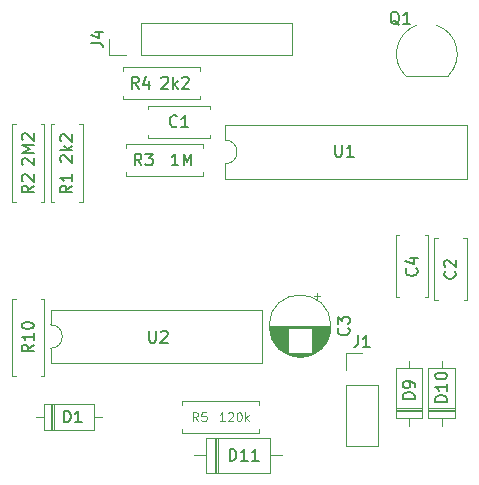
<source format=gbr>
%TF.GenerationSoftware,KiCad,Pcbnew,9.0.7*%
%TF.CreationDate,2026-01-25T23:05:14+01:00*%
%TF.ProjectId,DiceDIP_LowerPart,44696365-4449-4505-9f4c-6f7765725061,rev?*%
%TF.SameCoordinates,Original*%
%TF.FileFunction,Legend,Top*%
%TF.FilePolarity,Positive*%
%FSLAX46Y46*%
G04 Gerber Fmt 4.6, Leading zero omitted, Abs format (unit mm)*
G04 Created by KiCad (PCBNEW 9.0.7) date 2026-01-25 23:05:14*
%MOMM*%
%LPD*%
G01*
G04 APERTURE LIST*
%ADD10C,0.150000*%
%ADD11C,0.100000*%
%ADD12C,0.120000*%
G04 APERTURE END LIST*
D10*
X111083333Y-82204819D02*
X110750000Y-81728628D01*
X110511905Y-82204819D02*
X110511905Y-81204819D01*
X110511905Y-81204819D02*
X110892857Y-81204819D01*
X110892857Y-81204819D02*
X110988095Y-81252438D01*
X110988095Y-81252438D02*
X111035714Y-81300057D01*
X111035714Y-81300057D02*
X111083333Y-81395295D01*
X111083333Y-81395295D02*
X111083333Y-81538152D01*
X111083333Y-81538152D02*
X111035714Y-81633390D01*
X111035714Y-81633390D02*
X110988095Y-81681009D01*
X110988095Y-81681009D02*
X110892857Y-81728628D01*
X110892857Y-81728628D02*
X110511905Y-81728628D01*
X111940476Y-81538152D02*
X111940476Y-82204819D01*
X111702381Y-81157200D02*
X111464286Y-81871485D01*
X111464286Y-81871485D02*
X112083333Y-81871485D01*
X113023333Y-81300057D02*
X113070952Y-81252438D01*
X113070952Y-81252438D02*
X113166190Y-81204819D01*
X113166190Y-81204819D02*
X113404285Y-81204819D01*
X113404285Y-81204819D02*
X113499523Y-81252438D01*
X113499523Y-81252438D02*
X113547142Y-81300057D01*
X113547142Y-81300057D02*
X113594761Y-81395295D01*
X113594761Y-81395295D02*
X113594761Y-81490533D01*
X113594761Y-81490533D02*
X113547142Y-81633390D01*
X113547142Y-81633390D02*
X112975714Y-82204819D01*
X112975714Y-82204819D02*
X113594761Y-82204819D01*
X114023333Y-82204819D02*
X114023333Y-81204819D01*
X114118571Y-81823866D02*
X114404285Y-82204819D01*
X114404285Y-81538152D02*
X114023333Y-81919104D01*
X114785238Y-81300057D02*
X114832857Y-81252438D01*
X114832857Y-81252438D02*
X114928095Y-81204819D01*
X114928095Y-81204819D02*
X115166190Y-81204819D01*
X115166190Y-81204819D02*
X115261428Y-81252438D01*
X115261428Y-81252438D02*
X115309047Y-81300057D01*
X115309047Y-81300057D02*
X115356666Y-81395295D01*
X115356666Y-81395295D02*
X115356666Y-81490533D01*
X115356666Y-81490533D02*
X115309047Y-81633390D01*
X115309047Y-81633390D02*
X114737619Y-82204819D01*
X114737619Y-82204819D02*
X115356666Y-82204819D01*
X133154761Y-76800057D02*
X133059523Y-76752438D01*
X133059523Y-76752438D02*
X132964285Y-76657200D01*
X132964285Y-76657200D02*
X132821428Y-76514342D01*
X132821428Y-76514342D02*
X132726190Y-76466723D01*
X132726190Y-76466723D02*
X132630952Y-76466723D01*
X132678571Y-76704819D02*
X132583333Y-76657200D01*
X132583333Y-76657200D02*
X132488095Y-76561961D01*
X132488095Y-76561961D02*
X132440476Y-76371485D01*
X132440476Y-76371485D02*
X132440476Y-76038152D01*
X132440476Y-76038152D02*
X132488095Y-75847676D01*
X132488095Y-75847676D02*
X132583333Y-75752438D01*
X132583333Y-75752438D02*
X132678571Y-75704819D01*
X132678571Y-75704819D02*
X132869047Y-75704819D01*
X132869047Y-75704819D02*
X132964285Y-75752438D01*
X132964285Y-75752438D02*
X133059523Y-75847676D01*
X133059523Y-75847676D02*
X133107142Y-76038152D01*
X133107142Y-76038152D02*
X133107142Y-76371485D01*
X133107142Y-76371485D02*
X133059523Y-76561961D01*
X133059523Y-76561961D02*
X132964285Y-76657200D01*
X132964285Y-76657200D02*
X132869047Y-76704819D01*
X132869047Y-76704819D02*
X132678571Y-76704819D01*
X134059523Y-76704819D02*
X133488095Y-76704819D01*
X133773809Y-76704819D02*
X133773809Y-75704819D01*
X133773809Y-75704819D02*
X133678571Y-75847676D01*
X133678571Y-75847676D02*
X133583333Y-75942914D01*
X133583333Y-75942914D02*
X133488095Y-75990533D01*
X107074819Y-78333333D02*
X107789104Y-78333333D01*
X107789104Y-78333333D02*
X107931961Y-78380952D01*
X107931961Y-78380952D02*
X108027200Y-78476190D01*
X108027200Y-78476190D02*
X108074819Y-78619047D01*
X108074819Y-78619047D02*
X108074819Y-78714285D01*
X107408152Y-77428571D02*
X108074819Y-77428571D01*
X107027200Y-77666666D02*
X107741485Y-77904761D01*
X107741485Y-77904761D02*
X107741485Y-77285714D01*
X129666666Y-103074819D02*
X129666666Y-103789104D01*
X129666666Y-103789104D02*
X129619047Y-103931961D01*
X129619047Y-103931961D02*
X129523809Y-104027200D01*
X129523809Y-104027200D02*
X129380952Y-104074819D01*
X129380952Y-104074819D02*
X129285714Y-104074819D01*
X130666666Y-104074819D02*
X130095238Y-104074819D01*
X130380952Y-104074819D02*
X130380952Y-103074819D01*
X130380952Y-103074819D02*
X130285714Y-103217676D01*
X130285714Y-103217676D02*
X130190476Y-103312914D01*
X130190476Y-103312914D02*
X130095238Y-103360533D01*
X114333333Y-85359580D02*
X114285714Y-85407200D01*
X114285714Y-85407200D02*
X114142857Y-85454819D01*
X114142857Y-85454819D02*
X114047619Y-85454819D01*
X114047619Y-85454819D02*
X113904762Y-85407200D01*
X113904762Y-85407200D02*
X113809524Y-85311961D01*
X113809524Y-85311961D02*
X113761905Y-85216723D01*
X113761905Y-85216723D02*
X113714286Y-85026247D01*
X113714286Y-85026247D02*
X113714286Y-84883390D01*
X113714286Y-84883390D02*
X113761905Y-84692914D01*
X113761905Y-84692914D02*
X113809524Y-84597676D01*
X113809524Y-84597676D02*
X113904762Y-84502438D01*
X113904762Y-84502438D02*
X114047619Y-84454819D01*
X114047619Y-84454819D02*
X114142857Y-84454819D01*
X114142857Y-84454819D02*
X114285714Y-84502438D01*
X114285714Y-84502438D02*
X114333333Y-84550057D01*
X115285714Y-85454819D02*
X114714286Y-85454819D01*
X115000000Y-85454819D02*
X115000000Y-84454819D01*
X115000000Y-84454819D02*
X114904762Y-84597676D01*
X114904762Y-84597676D02*
X114809524Y-84692914D01*
X114809524Y-84692914D02*
X114714286Y-84740533D01*
X127738095Y-86954819D02*
X127738095Y-87764342D01*
X127738095Y-87764342D02*
X127785714Y-87859580D01*
X127785714Y-87859580D02*
X127833333Y-87907200D01*
X127833333Y-87907200D02*
X127928571Y-87954819D01*
X127928571Y-87954819D02*
X128119047Y-87954819D01*
X128119047Y-87954819D02*
X128214285Y-87907200D01*
X128214285Y-87907200D02*
X128261904Y-87859580D01*
X128261904Y-87859580D02*
X128309523Y-87764342D01*
X128309523Y-87764342D02*
X128309523Y-86954819D01*
X129309523Y-87954819D02*
X128738095Y-87954819D01*
X129023809Y-87954819D02*
X129023809Y-86954819D01*
X129023809Y-86954819D02*
X128928571Y-87097676D01*
X128928571Y-87097676D02*
X128833333Y-87192914D01*
X128833333Y-87192914D02*
X128738095Y-87240533D01*
X118785714Y-113704819D02*
X118785714Y-112704819D01*
X118785714Y-112704819D02*
X119023809Y-112704819D01*
X119023809Y-112704819D02*
X119166666Y-112752438D01*
X119166666Y-112752438D02*
X119261904Y-112847676D01*
X119261904Y-112847676D02*
X119309523Y-112942914D01*
X119309523Y-112942914D02*
X119357142Y-113133390D01*
X119357142Y-113133390D02*
X119357142Y-113276247D01*
X119357142Y-113276247D02*
X119309523Y-113466723D01*
X119309523Y-113466723D02*
X119261904Y-113561961D01*
X119261904Y-113561961D02*
X119166666Y-113657200D01*
X119166666Y-113657200D02*
X119023809Y-113704819D01*
X119023809Y-113704819D02*
X118785714Y-113704819D01*
X120309523Y-113704819D02*
X119738095Y-113704819D01*
X120023809Y-113704819D02*
X120023809Y-112704819D01*
X120023809Y-112704819D02*
X119928571Y-112847676D01*
X119928571Y-112847676D02*
X119833333Y-112942914D01*
X119833333Y-112942914D02*
X119738095Y-112990533D01*
X121261904Y-113704819D02*
X120690476Y-113704819D01*
X120976190Y-113704819D02*
X120976190Y-112704819D01*
X120976190Y-112704819D02*
X120880952Y-112847676D01*
X120880952Y-112847676D02*
X120785714Y-112942914D01*
X120785714Y-112942914D02*
X120690476Y-112990533D01*
X128859580Y-102461553D02*
X128907200Y-102509172D01*
X128907200Y-102509172D02*
X128954819Y-102652029D01*
X128954819Y-102652029D02*
X128954819Y-102747267D01*
X128954819Y-102747267D02*
X128907200Y-102890124D01*
X128907200Y-102890124D02*
X128811961Y-102985362D01*
X128811961Y-102985362D02*
X128716723Y-103032981D01*
X128716723Y-103032981D02*
X128526247Y-103080600D01*
X128526247Y-103080600D02*
X128383390Y-103080600D01*
X128383390Y-103080600D02*
X128192914Y-103032981D01*
X128192914Y-103032981D02*
X128097676Y-102985362D01*
X128097676Y-102985362D02*
X128002438Y-102890124D01*
X128002438Y-102890124D02*
X127954819Y-102747267D01*
X127954819Y-102747267D02*
X127954819Y-102652029D01*
X127954819Y-102652029D02*
X128002438Y-102509172D01*
X128002438Y-102509172D02*
X128050057Y-102461553D01*
X127954819Y-102128219D02*
X127954819Y-101509172D01*
X127954819Y-101509172D02*
X128335771Y-101842505D01*
X128335771Y-101842505D02*
X128335771Y-101699648D01*
X128335771Y-101699648D02*
X128383390Y-101604410D01*
X128383390Y-101604410D02*
X128431009Y-101556791D01*
X128431009Y-101556791D02*
X128526247Y-101509172D01*
X128526247Y-101509172D02*
X128764342Y-101509172D01*
X128764342Y-101509172D02*
X128859580Y-101556791D01*
X128859580Y-101556791D02*
X128907200Y-101604410D01*
X128907200Y-101604410D02*
X128954819Y-101699648D01*
X128954819Y-101699648D02*
X128954819Y-101985362D01*
X128954819Y-101985362D02*
X128907200Y-102080600D01*
X128907200Y-102080600D02*
X128859580Y-102128219D01*
X102204819Y-90416666D02*
X101728628Y-90749999D01*
X102204819Y-90988094D02*
X101204819Y-90988094D01*
X101204819Y-90988094D02*
X101204819Y-90607142D01*
X101204819Y-90607142D02*
X101252438Y-90511904D01*
X101252438Y-90511904D02*
X101300057Y-90464285D01*
X101300057Y-90464285D02*
X101395295Y-90416666D01*
X101395295Y-90416666D02*
X101538152Y-90416666D01*
X101538152Y-90416666D02*
X101633390Y-90464285D01*
X101633390Y-90464285D02*
X101681009Y-90511904D01*
X101681009Y-90511904D02*
X101728628Y-90607142D01*
X101728628Y-90607142D02*
X101728628Y-90988094D01*
X101300057Y-90035713D02*
X101252438Y-89988094D01*
X101252438Y-89988094D02*
X101204819Y-89892856D01*
X101204819Y-89892856D02*
X101204819Y-89654761D01*
X101204819Y-89654761D02*
X101252438Y-89559523D01*
X101252438Y-89559523D02*
X101300057Y-89511904D01*
X101300057Y-89511904D02*
X101395295Y-89464285D01*
X101395295Y-89464285D02*
X101490533Y-89464285D01*
X101490533Y-89464285D02*
X101633390Y-89511904D01*
X101633390Y-89511904D02*
X102204819Y-90083332D01*
X102204819Y-90083332D02*
X102204819Y-89464285D01*
X101300057Y-88643332D02*
X101252438Y-88595713D01*
X101252438Y-88595713D02*
X101204819Y-88500475D01*
X101204819Y-88500475D02*
X101204819Y-88262380D01*
X101204819Y-88262380D02*
X101252438Y-88167142D01*
X101252438Y-88167142D02*
X101300057Y-88119523D01*
X101300057Y-88119523D02*
X101395295Y-88071904D01*
X101395295Y-88071904D02*
X101490533Y-88071904D01*
X101490533Y-88071904D02*
X101633390Y-88119523D01*
X101633390Y-88119523D02*
X102204819Y-88690951D01*
X102204819Y-88690951D02*
X102204819Y-88071904D01*
X102204819Y-87643332D02*
X101204819Y-87643332D01*
X101204819Y-87643332D02*
X101919104Y-87309999D01*
X101919104Y-87309999D02*
X101204819Y-86976666D01*
X101204819Y-86976666D02*
X102204819Y-86976666D01*
X101300057Y-86548094D02*
X101252438Y-86500475D01*
X101252438Y-86500475D02*
X101204819Y-86405237D01*
X101204819Y-86405237D02*
X101204819Y-86167142D01*
X101204819Y-86167142D02*
X101252438Y-86071904D01*
X101252438Y-86071904D02*
X101300057Y-86024285D01*
X101300057Y-86024285D02*
X101395295Y-85976666D01*
X101395295Y-85976666D02*
X101490533Y-85976666D01*
X101490533Y-85976666D02*
X101633390Y-86024285D01*
X101633390Y-86024285D02*
X102204819Y-86595713D01*
X102204819Y-86595713D02*
X102204819Y-85976666D01*
X111333333Y-88704819D02*
X111000000Y-88228628D01*
X110761905Y-88704819D02*
X110761905Y-87704819D01*
X110761905Y-87704819D02*
X111142857Y-87704819D01*
X111142857Y-87704819D02*
X111238095Y-87752438D01*
X111238095Y-87752438D02*
X111285714Y-87800057D01*
X111285714Y-87800057D02*
X111333333Y-87895295D01*
X111333333Y-87895295D02*
X111333333Y-88038152D01*
X111333333Y-88038152D02*
X111285714Y-88133390D01*
X111285714Y-88133390D02*
X111238095Y-88181009D01*
X111238095Y-88181009D02*
X111142857Y-88228628D01*
X111142857Y-88228628D02*
X110761905Y-88228628D01*
X111666667Y-87704819D02*
X112285714Y-87704819D01*
X112285714Y-87704819D02*
X111952381Y-88085771D01*
X111952381Y-88085771D02*
X112095238Y-88085771D01*
X112095238Y-88085771D02*
X112190476Y-88133390D01*
X112190476Y-88133390D02*
X112238095Y-88181009D01*
X112238095Y-88181009D02*
X112285714Y-88276247D01*
X112285714Y-88276247D02*
X112285714Y-88514342D01*
X112285714Y-88514342D02*
X112238095Y-88609580D01*
X112238095Y-88609580D02*
X112190476Y-88657200D01*
X112190476Y-88657200D02*
X112095238Y-88704819D01*
X112095238Y-88704819D02*
X111809524Y-88704819D01*
X111809524Y-88704819D02*
X111714286Y-88657200D01*
X111714286Y-88657200D02*
X111666667Y-88609580D01*
X114464285Y-88704819D02*
X113892857Y-88704819D01*
X114178571Y-88704819D02*
X114178571Y-87704819D01*
X114178571Y-87704819D02*
X114083333Y-87847676D01*
X114083333Y-87847676D02*
X113988095Y-87942914D01*
X113988095Y-87942914D02*
X113892857Y-87990533D01*
X114892857Y-88704819D02*
X114892857Y-87704819D01*
X114892857Y-87704819D02*
X115226190Y-88419104D01*
X115226190Y-88419104D02*
X115559523Y-87704819D01*
X115559523Y-87704819D02*
X115559523Y-88704819D01*
X105454819Y-90416666D02*
X104978628Y-90749999D01*
X105454819Y-90988094D02*
X104454819Y-90988094D01*
X104454819Y-90988094D02*
X104454819Y-90607142D01*
X104454819Y-90607142D02*
X104502438Y-90511904D01*
X104502438Y-90511904D02*
X104550057Y-90464285D01*
X104550057Y-90464285D02*
X104645295Y-90416666D01*
X104645295Y-90416666D02*
X104788152Y-90416666D01*
X104788152Y-90416666D02*
X104883390Y-90464285D01*
X104883390Y-90464285D02*
X104931009Y-90511904D01*
X104931009Y-90511904D02*
X104978628Y-90607142D01*
X104978628Y-90607142D02*
X104978628Y-90988094D01*
X105454819Y-89464285D02*
X105454819Y-90035713D01*
X105454819Y-89749999D02*
X104454819Y-89749999D01*
X104454819Y-89749999D02*
X104597676Y-89845237D01*
X104597676Y-89845237D02*
X104692914Y-89940475D01*
X104692914Y-89940475D02*
X104740533Y-90035713D01*
X104550057Y-88416666D02*
X104502438Y-88369047D01*
X104502438Y-88369047D02*
X104454819Y-88273809D01*
X104454819Y-88273809D02*
X104454819Y-88035714D01*
X104454819Y-88035714D02*
X104502438Y-87940476D01*
X104502438Y-87940476D02*
X104550057Y-87892857D01*
X104550057Y-87892857D02*
X104645295Y-87845238D01*
X104645295Y-87845238D02*
X104740533Y-87845238D01*
X104740533Y-87845238D02*
X104883390Y-87892857D01*
X104883390Y-87892857D02*
X105454819Y-88464285D01*
X105454819Y-88464285D02*
X105454819Y-87845238D01*
X105454819Y-87416666D02*
X104454819Y-87416666D01*
X105073866Y-87321428D02*
X105454819Y-87035714D01*
X104788152Y-87035714D02*
X105169104Y-87416666D01*
X104550057Y-86654761D02*
X104502438Y-86607142D01*
X104502438Y-86607142D02*
X104454819Y-86511904D01*
X104454819Y-86511904D02*
X104454819Y-86273809D01*
X104454819Y-86273809D02*
X104502438Y-86178571D01*
X104502438Y-86178571D02*
X104550057Y-86130952D01*
X104550057Y-86130952D02*
X104645295Y-86083333D01*
X104645295Y-86083333D02*
X104740533Y-86083333D01*
X104740533Y-86083333D02*
X104883390Y-86130952D01*
X104883390Y-86130952D02*
X105454819Y-86702380D01*
X105454819Y-86702380D02*
X105454819Y-86083333D01*
X104761905Y-110454819D02*
X104761905Y-109454819D01*
X104761905Y-109454819D02*
X105000000Y-109454819D01*
X105000000Y-109454819D02*
X105142857Y-109502438D01*
X105142857Y-109502438D02*
X105238095Y-109597676D01*
X105238095Y-109597676D02*
X105285714Y-109692914D01*
X105285714Y-109692914D02*
X105333333Y-109883390D01*
X105333333Y-109883390D02*
X105333333Y-110026247D01*
X105333333Y-110026247D02*
X105285714Y-110216723D01*
X105285714Y-110216723D02*
X105238095Y-110311961D01*
X105238095Y-110311961D02*
X105142857Y-110407200D01*
X105142857Y-110407200D02*
X105000000Y-110454819D01*
X105000000Y-110454819D02*
X104761905Y-110454819D01*
X106285714Y-110454819D02*
X105714286Y-110454819D01*
X106000000Y-110454819D02*
X106000000Y-109454819D01*
X106000000Y-109454819D02*
X105904762Y-109597676D01*
X105904762Y-109597676D02*
X105809524Y-109692914D01*
X105809524Y-109692914D02*
X105714286Y-109740533D01*
X134454819Y-108488094D02*
X133454819Y-108488094D01*
X133454819Y-108488094D02*
X133454819Y-108249999D01*
X133454819Y-108249999D02*
X133502438Y-108107142D01*
X133502438Y-108107142D02*
X133597676Y-108011904D01*
X133597676Y-108011904D02*
X133692914Y-107964285D01*
X133692914Y-107964285D02*
X133883390Y-107916666D01*
X133883390Y-107916666D02*
X134026247Y-107916666D01*
X134026247Y-107916666D02*
X134216723Y-107964285D01*
X134216723Y-107964285D02*
X134311961Y-108011904D01*
X134311961Y-108011904D02*
X134407200Y-108107142D01*
X134407200Y-108107142D02*
X134454819Y-108249999D01*
X134454819Y-108249999D02*
X134454819Y-108488094D01*
X134454819Y-107440475D02*
X134454819Y-107249999D01*
X134454819Y-107249999D02*
X134407200Y-107154761D01*
X134407200Y-107154761D02*
X134359580Y-107107142D01*
X134359580Y-107107142D02*
X134216723Y-107011904D01*
X134216723Y-107011904D02*
X134026247Y-106964285D01*
X134026247Y-106964285D02*
X133645295Y-106964285D01*
X133645295Y-106964285D02*
X133550057Y-107011904D01*
X133550057Y-107011904D02*
X133502438Y-107059523D01*
X133502438Y-107059523D02*
X133454819Y-107154761D01*
X133454819Y-107154761D02*
X133454819Y-107345237D01*
X133454819Y-107345237D02*
X133502438Y-107440475D01*
X133502438Y-107440475D02*
X133550057Y-107488094D01*
X133550057Y-107488094D02*
X133645295Y-107535713D01*
X133645295Y-107535713D02*
X133883390Y-107535713D01*
X133883390Y-107535713D02*
X133978628Y-107488094D01*
X133978628Y-107488094D02*
X134026247Y-107440475D01*
X134026247Y-107440475D02*
X134073866Y-107345237D01*
X134073866Y-107345237D02*
X134073866Y-107154761D01*
X134073866Y-107154761D02*
X134026247Y-107059523D01*
X134026247Y-107059523D02*
X133978628Y-107011904D01*
X133978628Y-107011904D02*
X133883390Y-106964285D01*
X137859580Y-97666666D02*
X137907200Y-97714285D01*
X137907200Y-97714285D02*
X137954819Y-97857142D01*
X137954819Y-97857142D02*
X137954819Y-97952380D01*
X137954819Y-97952380D02*
X137907200Y-98095237D01*
X137907200Y-98095237D02*
X137811961Y-98190475D01*
X137811961Y-98190475D02*
X137716723Y-98238094D01*
X137716723Y-98238094D02*
X137526247Y-98285713D01*
X137526247Y-98285713D02*
X137383390Y-98285713D01*
X137383390Y-98285713D02*
X137192914Y-98238094D01*
X137192914Y-98238094D02*
X137097676Y-98190475D01*
X137097676Y-98190475D02*
X137002438Y-98095237D01*
X137002438Y-98095237D02*
X136954819Y-97952380D01*
X136954819Y-97952380D02*
X136954819Y-97857142D01*
X136954819Y-97857142D02*
X137002438Y-97714285D01*
X137002438Y-97714285D02*
X137050057Y-97666666D01*
X137050057Y-97285713D02*
X137002438Y-97238094D01*
X137002438Y-97238094D02*
X136954819Y-97142856D01*
X136954819Y-97142856D02*
X136954819Y-96904761D01*
X136954819Y-96904761D02*
X137002438Y-96809523D01*
X137002438Y-96809523D02*
X137050057Y-96761904D01*
X137050057Y-96761904D02*
X137145295Y-96714285D01*
X137145295Y-96714285D02*
X137240533Y-96714285D01*
X137240533Y-96714285D02*
X137383390Y-96761904D01*
X137383390Y-96761904D02*
X137954819Y-97333332D01*
X137954819Y-97333332D02*
X137954819Y-96714285D01*
X137204819Y-108714285D02*
X136204819Y-108714285D01*
X136204819Y-108714285D02*
X136204819Y-108476190D01*
X136204819Y-108476190D02*
X136252438Y-108333333D01*
X136252438Y-108333333D02*
X136347676Y-108238095D01*
X136347676Y-108238095D02*
X136442914Y-108190476D01*
X136442914Y-108190476D02*
X136633390Y-108142857D01*
X136633390Y-108142857D02*
X136776247Y-108142857D01*
X136776247Y-108142857D02*
X136966723Y-108190476D01*
X136966723Y-108190476D02*
X137061961Y-108238095D01*
X137061961Y-108238095D02*
X137157200Y-108333333D01*
X137157200Y-108333333D02*
X137204819Y-108476190D01*
X137204819Y-108476190D02*
X137204819Y-108714285D01*
X137204819Y-107190476D02*
X137204819Y-107761904D01*
X137204819Y-107476190D02*
X136204819Y-107476190D01*
X136204819Y-107476190D02*
X136347676Y-107571428D01*
X136347676Y-107571428D02*
X136442914Y-107666666D01*
X136442914Y-107666666D02*
X136490533Y-107761904D01*
X136204819Y-106571428D02*
X136204819Y-106476190D01*
X136204819Y-106476190D02*
X136252438Y-106380952D01*
X136252438Y-106380952D02*
X136300057Y-106333333D01*
X136300057Y-106333333D02*
X136395295Y-106285714D01*
X136395295Y-106285714D02*
X136585771Y-106238095D01*
X136585771Y-106238095D02*
X136823866Y-106238095D01*
X136823866Y-106238095D02*
X137014342Y-106285714D01*
X137014342Y-106285714D02*
X137109580Y-106333333D01*
X137109580Y-106333333D02*
X137157200Y-106380952D01*
X137157200Y-106380952D02*
X137204819Y-106476190D01*
X137204819Y-106476190D02*
X137204819Y-106571428D01*
X137204819Y-106571428D02*
X137157200Y-106666666D01*
X137157200Y-106666666D02*
X137109580Y-106714285D01*
X137109580Y-106714285D02*
X137014342Y-106761904D01*
X137014342Y-106761904D02*
X136823866Y-106809523D01*
X136823866Y-106809523D02*
X136585771Y-106809523D01*
X136585771Y-106809523D02*
X136395295Y-106761904D01*
X136395295Y-106761904D02*
X136300057Y-106714285D01*
X136300057Y-106714285D02*
X136252438Y-106666666D01*
X136252438Y-106666666D02*
X136204819Y-106571428D01*
X134609580Y-97416666D02*
X134657200Y-97464285D01*
X134657200Y-97464285D02*
X134704819Y-97607142D01*
X134704819Y-97607142D02*
X134704819Y-97702380D01*
X134704819Y-97702380D02*
X134657200Y-97845237D01*
X134657200Y-97845237D02*
X134561961Y-97940475D01*
X134561961Y-97940475D02*
X134466723Y-97988094D01*
X134466723Y-97988094D02*
X134276247Y-98035713D01*
X134276247Y-98035713D02*
X134133390Y-98035713D01*
X134133390Y-98035713D02*
X133942914Y-97988094D01*
X133942914Y-97988094D02*
X133847676Y-97940475D01*
X133847676Y-97940475D02*
X133752438Y-97845237D01*
X133752438Y-97845237D02*
X133704819Y-97702380D01*
X133704819Y-97702380D02*
X133704819Y-97607142D01*
X133704819Y-97607142D02*
X133752438Y-97464285D01*
X133752438Y-97464285D02*
X133800057Y-97416666D01*
X134038152Y-96559523D02*
X134704819Y-96559523D01*
X133657200Y-96797618D02*
X134371485Y-97035713D01*
X134371485Y-97035713D02*
X134371485Y-96416666D01*
D11*
X116124999Y-110341764D02*
X115874999Y-109984621D01*
X115696428Y-110341764D02*
X115696428Y-109591764D01*
X115696428Y-109591764D02*
X115982142Y-109591764D01*
X115982142Y-109591764D02*
X116053571Y-109627478D01*
X116053571Y-109627478D02*
X116089285Y-109663192D01*
X116089285Y-109663192D02*
X116124999Y-109734621D01*
X116124999Y-109734621D02*
X116124999Y-109841764D01*
X116124999Y-109841764D02*
X116089285Y-109913192D01*
X116089285Y-109913192D02*
X116053571Y-109948907D01*
X116053571Y-109948907D02*
X115982142Y-109984621D01*
X115982142Y-109984621D02*
X115696428Y-109984621D01*
X116803571Y-109591764D02*
X116446428Y-109591764D01*
X116446428Y-109591764D02*
X116410714Y-109948907D01*
X116410714Y-109948907D02*
X116446428Y-109913192D01*
X116446428Y-109913192D02*
X116517857Y-109877478D01*
X116517857Y-109877478D02*
X116696428Y-109877478D01*
X116696428Y-109877478D02*
X116767857Y-109913192D01*
X116767857Y-109913192D02*
X116803571Y-109948907D01*
X116803571Y-109948907D02*
X116839285Y-110020335D01*
X116839285Y-110020335D02*
X116839285Y-110198907D01*
X116839285Y-110198907D02*
X116803571Y-110270335D01*
X116803571Y-110270335D02*
X116767857Y-110306050D01*
X116767857Y-110306050D02*
X116696428Y-110341764D01*
X116696428Y-110341764D02*
X116517857Y-110341764D01*
X116517857Y-110341764D02*
X116446428Y-110306050D01*
X116446428Y-110306050D02*
X116410714Y-110270335D01*
X118386428Y-110341764D02*
X117957857Y-110341764D01*
X118172142Y-110341764D02*
X118172142Y-109591764D01*
X118172142Y-109591764D02*
X118100714Y-109698907D01*
X118100714Y-109698907D02*
X118029285Y-109770335D01*
X118029285Y-109770335D02*
X117957857Y-109806050D01*
X118672143Y-109663192D02*
X118707857Y-109627478D01*
X118707857Y-109627478D02*
X118779286Y-109591764D01*
X118779286Y-109591764D02*
X118957857Y-109591764D01*
X118957857Y-109591764D02*
X119029286Y-109627478D01*
X119029286Y-109627478D02*
X119065000Y-109663192D01*
X119065000Y-109663192D02*
X119100714Y-109734621D01*
X119100714Y-109734621D02*
X119100714Y-109806050D01*
X119100714Y-109806050D02*
X119065000Y-109913192D01*
X119065000Y-109913192D02*
X118636428Y-110341764D01*
X118636428Y-110341764D02*
X119100714Y-110341764D01*
X119565000Y-109591764D02*
X119636429Y-109591764D01*
X119636429Y-109591764D02*
X119707857Y-109627478D01*
X119707857Y-109627478D02*
X119743572Y-109663192D01*
X119743572Y-109663192D02*
X119779286Y-109734621D01*
X119779286Y-109734621D02*
X119815000Y-109877478D01*
X119815000Y-109877478D02*
X119815000Y-110056050D01*
X119815000Y-110056050D02*
X119779286Y-110198907D01*
X119779286Y-110198907D02*
X119743572Y-110270335D01*
X119743572Y-110270335D02*
X119707857Y-110306050D01*
X119707857Y-110306050D02*
X119636429Y-110341764D01*
X119636429Y-110341764D02*
X119565000Y-110341764D01*
X119565000Y-110341764D02*
X119493572Y-110306050D01*
X119493572Y-110306050D02*
X119457857Y-110270335D01*
X119457857Y-110270335D02*
X119422143Y-110198907D01*
X119422143Y-110198907D02*
X119386429Y-110056050D01*
X119386429Y-110056050D02*
X119386429Y-109877478D01*
X119386429Y-109877478D02*
X119422143Y-109734621D01*
X119422143Y-109734621D02*
X119457857Y-109663192D01*
X119457857Y-109663192D02*
X119493572Y-109627478D01*
X119493572Y-109627478D02*
X119565000Y-109591764D01*
X120136429Y-110341764D02*
X120136429Y-109591764D01*
X120207858Y-110056050D02*
X120422143Y-110341764D01*
X120422143Y-109841764D02*
X120136429Y-110127478D01*
D10*
X111988095Y-102704819D02*
X111988095Y-103514342D01*
X111988095Y-103514342D02*
X112035714Y-103609580D01*
X112035714Y-103609580D02*
X112083333Y-103657200D01*
X112083333Y-103657200D02*
X112178571Y-103704819D01*
X112178571Y-103704819D02*
X112369047Y-103704819D01*
X112369047Y-103704819D02*
X112464285Y-103657200D01*
X112464285Y-103657200D02*
X112511904Y-103609580D01*
X112511904Y-103609580D02*
X112559523Y-103514342D01*
X112559523Y-103514342D02*
X112559523Y-102704819D01*
X112988095Y-102800057D02*
X113035714Y-102752438D01*
X113035714Y-102752438D02*
X113130952Y-102704819D01*
X113130952Y-102704819D02*
X113369047Y-102704819D01*
X113369047Y-102704819D02*
X113464285Y-102752438D01*
X113464285Y-102752438D02*
X113511904Y-102800057D01*
X113511904Y-102800057D02*
X113559523Y-102895295D01*
X113559523Y-102895295D02*
X113559523Y-102990533D01*
X113559523Y-102990533D02*
X113511904Y-103133390D01*
X113511904Y-103133390D02*
X112940476Y-103704819D01*
X112940476Y-103704819D02*
X113559523Y-103704819D01*
X102204819Y-103882857D02*
X101728628Y-104216190D01*
X102204819Y-104454285D02*
X101204819Y-104454285D01*
X101204819Y-104454285D02*
X101204819Y-104073333D01*
X101204819Y-104073333D02*
X101252438Y-103978095D01*
X101252438Y-103978095D02*
X101300057Y-103930476D01*
X101300057Y-103930476D02*
X101395295Y-103882857D01*
X101395295Y-103882857D02*
X101538152Y-103882857D01*
X101538152Y-103882857D02*
X101633390Y-103930476D01*
X101633390Y-103930476D02*
X101681009Y-103978095D01*
X101681009Y-103978095D02*
X101728628Y-104073333D01*
X101728628Y-104073333D02*
X101728628Y-104454285D01*
X102204819Y-102930476D02*
X102204819Y-103501904D01*
X102204819Y-103216190D02*
X101204819Y-103216190D01*
X101204819Y-103216190D02*
X101347676Y-103311428D01*
X101347676Y-103311428D02*
X101442914Y-103406666D01*
X101442914Y-103406666D02*
X101490533Y-103501904D01*
X101204819Y-102311428D02*
X101204819Y-102216190D01*
X101204819Y-102216190D02*
X101252438Y-102120952D01*
X101252438Y-102120952D02*
X101300057Y-102073333D01*
X101300057Y-102073333D02*
X101395295Y-102025714D01*
X101395295Y-102025714D02*
X101585771Y-101978095D01*
X101585771Y-101978095D02*
X101823866Y-101978095D01*
X101823866Y-101978095D02*
X102014342Y-102025714D01*
X102014342Y-102025714D02*
X102109580Y-102073333D01*
X102109580Y-102073333D02*
X102157200Y-102120952D01*
X102157200Y-102120952D02*
X102204819Y-102216190D01*
X102204819Y-102216190D02*
X102204819Y-102311428D01*
X102204819Y-102311428D02*
X102157200Y-102406666D01*
X102157200Y-102406666D02*
X102109580Y-102454285D01*
X102109580Y-102454285D02*
X102014342Y-102501904D01*
X102014342Y-102501904D02*
X101823866Y-102549523D01*
X101823866Y-102549523D02*
X101585771Y-102549523D01*
X101585771Y-102549523D02*
X101395295Y-102501904D01*
X101395295Y-102501904D02*
X101300057Y-102454285D01*
X101300057Y-102454285D02*
X101252438Y-102406666D01*
X101252438Y-102406666D02*
X101204819Y-102311428D01*
D12*
%TO.C,R4*%
X109730000Y-80380000D02*
X116270000Y-80380000D01*
X109730000Y-80710000D02*
X109730000Y-80380000D01*
X109730000Y-82790000D02*
X109730000Y-83120000D01*
X109730000Y-83120000D02*
X116270000Y-83120000D01*
X116270000Y-80380000D02*
X116270000Y-80710000D01*
X116270000Y-83120000D02*
X116270000Y-82790000D01*
%TO.C,Q1*%
X133700000Y-81120000D02*
X137300000Y-81120000D01*
X133688125Y-81111741D02*
G75*
G02*
X134680000Y-76820000I1811875J1841741D01*
G01*
X136280000Y-76820000D02*
G75*
G02*
X137308445Y-81097684I-780000J-2450000D01*
G01*
%TO.C,J4*%
X108620000Y-79380000D02*
X108620000Y-78000000D01*
X110000000Y-79380000D02*
X108620000Y-79380000D01*
X111270000Y-76620000D02*
X124080000Y-76620000D01*
X111270000Y-79380000D02*
X111270000Y-76620000D01*
X111270000Y-79380000D02*
X124080000Y-79380000D01*
X124080000Y-79380000D02*
X124080000Y-76620000D01*
%TO.C,J1*%
X128620000Y-104620000D02*
X130000000Y-104620000D01*
X128620000Y-106000000D02*
X128620000Y-104620000D01*
X128620000Y-107270000D02*
X128620000Y-112460000D01*
X128620000Y-107270000D02*
X131380000Y-107270000D01*
X128620000Y-112460000D02*
X131380000Y-112460000D01*
X131380000Y-107270000D02*
X131380000Y-112460000D01*
%TO.C,C1*%
X111880000Y-83630000D02*
X117120000Y-83630000D01*
X111880000Y-83900000D02*
X111880000Y-83630000D01*
X111880000Y-86370000D02*
X111880000Y-86100000D01*
X117120000Y-83900000D02*
X117120000Y-83630000D01*
X117120000Y-86360000D02*
X117120000Y-86090000D01*
X117120000Y-86370000D02*
X111880000Y-86370000D01*
%TO.C,U1*%
X118420000Y-85310000D02*
X118420000Y-86560000D01*
X118420000Y-88560000D02*
X118420000Y-89810000D01*
X118420000Y-89810000D02*
X138860000Y-89810000D01*
X138860000Y-85310000D02*
X118420000Y-85310000D01*
X138860000Y-89810000D02*
X138860000Y-85310000D01*
X118420000Y-86560000D02*
G75*
G02*
X118420000Y-88560000I0J-1000000D01*
G01*
%TO.C,D11*%
X115760000Y-113250000D02*
X116780000Y-113250000D01*
X117560000Y-111780000D02*
X117560000Y-114720000D01*
X117680000Y-111780000D02*
X117680000Y-114720000D01*
X117800000Y-111780000D02*
X117800000Y-114720000D01*
X123240000Y-113250000D02*
X122220000Y-113250000D01*
X116780000Y-111780000D02*
X122220000Y-111780000D01*
X122220000Y-114720000D01*
X116780000Y-114720000D01*
X116780000Y-111780000D01*
%TO.C,C3*%
X123709999Y-102734887D02*
X122207000Y-102734887D01*
X123709999Y-102894887D02*
X122240000Y-102894888D01*
X123709999Y-103334887D02*
X122385000Y-103334887D01*
X123709999Y-103774887D02*
X122628000Y-103774887D01*
X123709999Y-104214887D02*
X123006999Y-104214887D01*
X123710000Y-102534887D02*
X122181000Y-102534887D01*
X123710000Y-102574886D02*
X122185000Y-102574886D01*
X123710000Y-102614887D02*
X122190000Y-102614887D01*
X123710000Y-102654887D02*
X122195000Y-102654887D01*
X123710000Y-102694887D02*
X122201000Y-102694887D01*
X123710000Y-102774887D02*
X122214000Y-102774887D01*
X123710000Y-102814887D02*
X122222000Y-102814887D01*
X123710000Y-102854887D02*
X122231000Y-102854887D01*
X123710000Y-102934887D02*
X122249000Y-102934887D01*
X123710000Y-102974887D02*
X122260000Y-102974887D01*
X123710000Y-103014886D02*
X122271000Y-103014887D01*
X123710000Y-103054888D02*
X122283000Y-103054887D01*
X123710000Y-103094887D02*
X122295000Y-103094887D01*
X123710000Y-103134887D02*
X122308000Y-103134887D01*
X123710000Y-103174886D02*
X122322000Y-103174887D01*
X123710000Y-103214887D02*
X122337000Y-103214887D01*
X123710000Y-103254887D02*
X122352000Y-103254887D01*
X123710000Y-103294887D02*
X122368000Y-103294887D01*
X123710000Y-103374887D02*
X122403000Y-103374887D01*
X123710000Y-103414887D02*
X122421000Y-103414887D01*
X123710000Y-103454887D02*
X122441000Y-103454887D01*
X123710000Y-103494888D02*
X122461000Y-103494887D01*
X123710000Y-103534887D02*
X122482000Y-103534887D01*
X123710000Y-103574887D02*
X122504000Y-103574887D01*
X123710000Y-103614886D02*
X122527000Y-103614887D01*
X123710000Y-103654887D02*
X122551000Y-103654887D01*
X123710000Y-103694887D02*
X122575000Y-103694887D01*
X123710000Y-103734887D02*
X122601000Y-103734887D01*
X123710000Y-103814887D02*
X122656000Y-103814887D01*
X123710000Y-103854887D02*
X122685000Y-103854888D01*
X123710000Y-103894887D02*
X122715000Y-103894887D01*
X123710000Y-103934888D02*
X122747001Y-103934887D01*
X123710000Y-103974887D02*
X122780001Y-103974887D01*
X123710000Y-104014887D02*
X122814000Y-104014887D01*
X123710000Y-104054886D02*
X122849000Y-104054886D01*
X123710000Y-104094887D02*
X122886000Y-104094887D01*
X123710000Y-104134887D02*
X122925000Y-104134887D01*
X123710000Y-104174887D02*
X122965000Y-104174887D01*
X123710000Y-104254887D02*
X123051000Y-104254887D01*
X123710000Y-104294887D02*
X123098001Y-104294887D01*
X123710000Y-104334887D02*
X123146000Y-104334887D01*
X123710000Y-104374888D02*
X123197000Y-104374887D01*
X123710000Y-104414887D02*
X123251000Y-104414887D01*
X123710000Y-104454887D02*
X123307000Y-104454887D01*
X123710000Y-104494886D02*
X123367000Y-104494887D01*
X123710000Y-104534887D02*
X123431000Y-104534887D01*
X123710000Y-104574887D02*
X123498999Y-104574887D01*
X125033000Y-104894887D02*
X124467000Y-104894887D01*
X125267000Y-104854887D02*
X124233000Y-104854887D01*
X125427000Y-104814887D02*
X124073000Y-104814887D01*
X125555000Y-104774887D02*
X123945000Y-104774887D01*
X125664001Y-104734887D02*
X123835999Y-104734887D01*
X125761000Y-104694887D02*
X123739000Y-104694887D01*
X125848000Y-104654887D02*
X123652000Y-104654887D01*
X125927000Y-104614887D02*
X123573000Y-104614887D01*
X126001001Y-104574887D02*
X125790000Y-104574887D01*
X126069000Y-104534887D02*
X125790000Y-104534887D01*
X126133000Y-104494887D02*
X125790000Y-104494886D01*
X126193000Y-104454887D02*
X125790000Y-104454887D01*
X126225000Y-99490113D02*
X126225000Y-99990112D01*
X126249000Y-104414887D02*
X125790000Y-104414887D01*
X126303000Y-104374887D02*
X125790000Y-104374888D01*
X126354000Y-104334887D02*
X125790000Y-104334887D01*
X126401999Y-104294887D02*
X125790000Y-104294887D01*
X126449000Y-104254887D02*
X125790000Y-104254887D01*
X126475000Y-99740112D02*
X125975000Y-99740112D01*
X126493001Y-104214887D02*
X125790001Y-104214887D01*
X126535000Y-104174887D02*
X125790000Y-104174887D01*
X126575000Y-104134887D02*
X125790000Y-104134887D01*
X126614000Y-104094887D02*
X125790000Y-104094887D01*
X126651000Y-104054886D02*
X125790000Y-104054886D01*
X126686000Y-104014887D02*
X125790000Y-104014887D01*
X126719999Y-103974887D02*
X125790000Y-103974887D01*
X126752999Y-103934887D02*
X125790000Y-103934888D01*
X126785000Y-103894887D02*
X125790000Y-103894887D01*
X126815000Y-103854888D02*
X125790000Y-103854887D01*
X126844000Y-103814887D02*
X125790000Y-103814887D01*
X126872000Y-103774887D02*
X125790001Y-103774887D01*
X126899000Y-103734887D02*
X125790000Y-103734887D01*
X126925000Y-103694887D02*
X125790000Y-103694887D01*
X126949000Y-103654887D02*
X125790000Y-103654887D01*
X126973000Y-103614887D02*
X125790000Y-103614886D01*
X126996000Y-103574887D02*
X125790000Y-103574887D01*
X127018000Y-103534887D02*
X125790000Y-103534887D01*
X127039000Y-103494887D02*
X125790000Y-103494888D01*
X127059000Y-103454887D02*
X125790000Y-103454887D01*
X127079000Y-103414887D02*
X125790000Y-103414887D01*
X127097000Y-103374887D02*
X125790000Y-103374887D01*
X127115000Y-103334887D02*
X125790001Y-103334887D01*
X127132000Y-103294887D02*
X125790000Y-103294887D01*
X127148000Y-103254887D02*
X125790000Y-103254887D01*
X127163000Y-103214887D02*
X125790000Y-103214887D01*
X127178000Y-103174887D02*
X125790000Y-103174886D01*
X127192000Y-103134887D02*
X125790000Y-103134887D01*
X127205000Y-103094887D02*
X125790000Y-103094887D01*
X127217000Y-103054887D02*
X125790000Y-103054888D01*
X127229000Y-103014887D02*
X125790000Y-103014886D01*
X127240000Y-102974887D02*
X125790000Y-102974887D01*
X127251000Y-102934887D02*
X125790000Y-102934887D01*
X127260000Y-102894888D02*
X125790001Y-102894887D01*
X127269000Y-102854887D02*
X125790000Y-102854887D01*
X127278000Y-102814887D02*
X125790000Y-102814887D01*
X127286000Y-102774887D02*
X125790000Y-102774887D01*
X127293000Y-102734887D02*
X125790001Y-102734887D01*
X127299000Y-102694887D02*
X125790000Y-102694887D01*
X127305000Y-102654887D02*
X125790000Y-102654887D01*
X127310000Y-102614887D02*
X125790000Y-102614887D01*
X127315000Y-102574886D02*
X125790000Y-102574886D01*
X127319000Y-102534887D02*
X125790000Y-102534887D01*
X127322000Y-102494887D02*
X122178000Y-102494887D01*
X127325000Y-102454888D02*
X122175000Y-102454888D01*
X127327000Y-102414887D02*
X122173000Y-102414887D01*
X127328999Y-102374887D02*
X122171001Y-102374887D01*
X127330000Y-102294887D02*
X122170000Y-102294887D01*
X127330000Y-102334887D02*
X122170000Y-102334887D01*
X127370001Y-102294886D02*
G75*
G02*
X122129999Y-102294886I-2620001J0D01*
G01*
X122129999Y-102294886D02*
G75*
G02*
X127370001Y-102294886I2620001J0D01*
G01*
%TO.C,R2*%
X100380000Y-85230000D02*
X100710000Y-85230000D01*
X100380000Y-91770000D02*
X100380000Y-85230000D01*
X100710000Y-91770000D02*
X100380000Y-91770000D01*
X102790000Y-91770000D02*
X103120000Y-91770000D01*
X103120000Y-85230000D02*
X102790000Y-85230000D01*
X103120000Y-91770000D02*
X103120000Y-85230000D01*
%TO.C,R3*%
X109980000Y-86880000D02*
X109980000Y-87210000D01*
X109980000Y-89620000D02*
X109980000Y-89290000D01*
X116520000Y-86880000D02*
X109980000Y-86880000D01*
X116520000Y-87210000D02*
X116520000Y-86880000D01*
X116520000Y-89290000D02*
X116520000Y-89620000D01*
X116520000Y-89620000D02*
X109980000Y-89620000D01*
%TO.C,R1*%
X103630000Y-85230000D02*
X103960000Y-85230000D01*
X103630000Y-91770000D02*
X103630000Y-85230000D01*
X103960000Y-91770000D02*
X103630000Y-91770000D01*
X106040000Y-91770000D02*
X106370000Y-91770000D01*
X106370000Y-85230000D02*
X106040000Y-85230000D01*
X106370000Y-91770000D02*
X106370000Y-85230000D01*
%TO.C,D1*%
X102420000Y-110000000D02*
X103070000Y-110000000D01*
X103670000Y-108880000D02*
X103670000Y-111120000D01*
X103790000Y-108880000D02*
X103790000Y-111120000D01*
X103910000Y-108880000D02*
X103910000Y-111120000D01*
X107960000Y-110000000D02*
X107310000Y-110000000D01*
X103070000Y-108880000D02*
X107310000Y-108880000D01*
X107310000Y-111120000D01*
X103070000Y-111120000D01*
X103070000Y-108880000D01*
%TO.C,D9*%
X132880000Y-109280000D02*
X135120000Y-109280000D01*
X132880000Y-109400000D02*
X135120000Y-109400000D01*
X132880000Y-109520000D02*
X135120000Y-109520000D01*
X134000000Y-105230000D02*
X134000000Y-105880000D01*
X134000000Y-110770000D02*
X134000000Y-110120000D01*
X132880000Y-110120000D02*
X135120000Y-110120000D01*
X135120000Y-105880000D01*
X132880000Y-105880000D01*
X132880000Y-110120000D01*
%TO.C,C2*%
X136130000Y-100120000D02*
X136130000Y-94880000D01*
X136400000Y-94880000D02*
X136130000Y-94880000D01*
X136400000Y-100120000D02*
X136130000Y-100120000D01*
X138860000Y-94880000D02*
X138590000Y-94880000D01*
X138870000Y-94880000D02*
X138870000Y-100120000D01*
X138870000Y-100120000D02*
X138600000Y-100120000D01*
%TO.C,D10*%
X135630000Y-109280000D02*
X137870000Y-109280000D01*
X135630000Y-109400000D02*
X137870000Y-109400000D01*
X135630000Y-109520000D02*
X137870000Y-109520000D01*
X136750000Y-105230000D02*
X136750000Y-105880000D01*
X136750000Y-110770000D02*
X136750000Y-110120000D01*
X135630000Y-110120000D02*
X137870000Y-110120000D01*
X137870000Y-105880000D01*
X135630000Y-105880000D01*
X135630000Y-110120000D01*
%TO.C,C4*%
X132880000Y-99870000D02*
X132880000Y-94630000D01*
X133150000Y-94630000D02*
X132880000Y-94630000D01*
X133150000Y-99870000D02*
X132880000Y-99870000D01*
X135610000Y-94630000D02*
X135340000Y-94630000D01*
X135620000Y-94630000D02*
X135620000Y-99870000D01*
X135620000Y-99870000D02*
X135350000Y-99870000D01*
%TO.C,R5*%
X114730000Y-108630000D02*
X121270000Y-108630000D01*
X114730000Y-108960000D02*
X114730000Y-108630000D01*
X114730000Y-111040000D02*
X114730000Y-111370000D01*
X114730000Y-111370000D02*
X121270000Y-111370000D01*
X121270000Y-108630000D02*
X121270000Y-108960000D01*
X121270000Y-111370000D02*
X121270000Y-111040000D01*
%TO.C,U2*%
X103630000Y-100940000D02*
X103630000Y-102190000D01*
X103630000Y-104190000D02*
X103630000Y-105440000D01*
X103630000Y-105440000D02*
X121530000Y-105440000D01*
X121530000Y-100940000D02*
X103630000Y-100940000D01*
X121530000Y-105440000D02*
X121530000Y-100940000D01*
X103630000Y-102190000D02*
G75*
G02*
X103630000Y-104190000I0J-1000000D01*
G01*
%TO.C,R10*%
X100380000Y-99980000D02*
X100710000Y-99980000D01*
X100380000Y-106520000D02*
X100380000Y-99980000D01*
X100710000Y-106520000D02*
X100380000Y-106520000D01*
X102790000Y-106520000D02*
X103120000Y-106520000D01*
X103120000Y-99980000D02*
X102790000Y-99980000D01*
X103120000Y-106520000D02*
X103120000Y-99980000D01*
%TD*%
M02*

</source>
